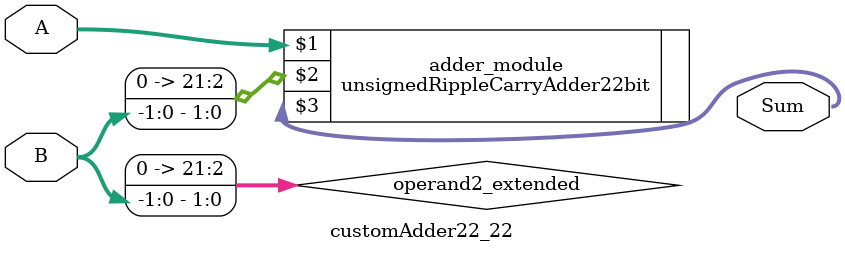
<source format=v>
module customAdder22_22(
                        input [21 : 0] A,
                        input [-1 : 0] B,
                        
                        output [22 : 0] Sum
                );

        wire [21 : 0] operand2_extended;
        
        assign operand2_extended =  {22'b0, B};
        
        unsignedRippleCarryAdder22bit adder_module(
            A,
            operand2_extended,
            Sum
        );
        
        endmodule
        
</source>
